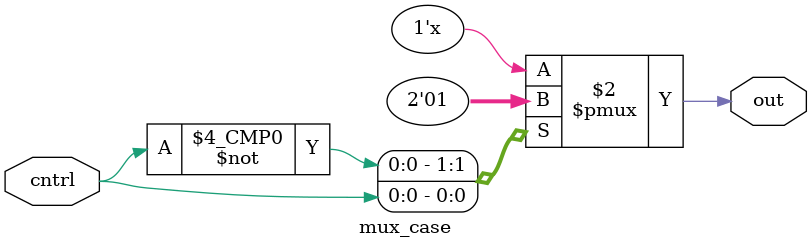
<source format=v>
module mux_case(out,cntrl);

	input cntrl;  //input should define as 2 bit input

	output out;

	reg out;
 
always @ (*)
	case (cntrl)

		2'b00 : out = 0;
		2'b01 : out = 1;
		2'b10 : out = 0;
		2'b11 : out = 1;

	endcase

endmodule

</source>
